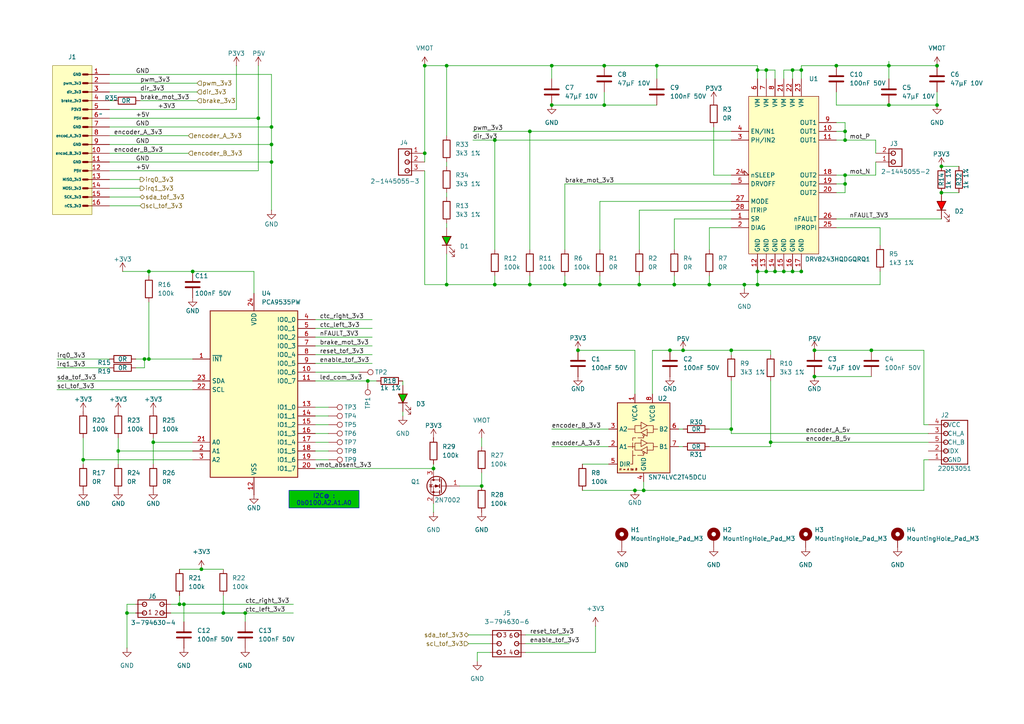
<source format=kicad_sch>
(kicad_sch (version 20231120) (generator "eeschema") (generator_version "8.0")
  (paper "A4")
  (junction (at 245.11 50.8))
  (junction (at 78.74 36.83))
  (junction (at 223.52 128.27))
  (junction (at 229.87 20.32))
  (junction (at 232.41 20.32))
  (junction (at 129.54 19.05))
  (junction (at 125.73 135.89))
  (junction (at 163.83 82.55))
  (junction (at 190.5 19.05))
  (junction (at 71.12 177.8))
  (junction (at 175.26 30.48))
  (junction (at 123.19 44.45))
  (junction (at 219.71 82.55))
  (junction (at 143.51 82.55))
  (junction (at 227.33 78.74))
  (junction (at 219.71 78.74))
  (junction (at 242.57 19.05))
  (junction (at 245.11 40.64))
  (junction (at 106.68 110.49))
  (junction (at 173.99 82.55))
  (junction (at 273.05 55.88))
  (junction (at 43.18 104.14))
  (junction (at 53.34 175.26))
  (junction (at 143.51 40.64))
  (junction (at 229.87 78.74))
  (junction (at 215.9 82.55))
  (junction (at 123.19 19.05))
  (junction (at 139.7 140.97))
  (junction (at 212.09 101.6))
  (junction (at 153.67 82.55))
  (junction (at 222.25 78.74))
  (junction (at 236.22 109.22))
  (junction (at 195.58 82.55))
  (junction (at 64.77 177.8))
  (junction (at 194.31 101.6))
  (junction (at 167.64 101.6))
  (junction (at 232.41 78.74))
  (junction (at 160.02 30.48))
  (junction (at 78.74 46.99))
  (junction (at 271.78 30.48))
  (junction (at 222.25 20.32))
  (junction (at 175.26 19.05))
  (junction (at 24.13 133.35))
  (junction (at 252.73 101.6))
  (junction (at 245.11 38.1))
  (junction (at 273.05 48.26))
  (junction (at 55.88 78.74))
  (junction (at 236.22 101.6))
  (junction (at 212.09 124.46))
  (junction (at 58.42 165.1))
  (junction (at 52.07 175.26))
  (junction (at 186.69 142.24))
  (junction (at 198.12 101.6))
  (junction (at 43.18 78.74))
  (junction (at 257.81 30.48))
  (junction (at 34.29 130.81))
  (junction (at 78.74 41.91))
  (junction (at 74.93 34.29))
  (junction (at 129.54 82.55))
  (junction (at 219.71 20.32))
  (junction (at 245.11 53.34))
  (junction (at 184.15 142.24))
  (junction (at 271.78 19.05))
  (junction (at 185.42 82.55))
  (junction (at 153.67 38.1))
  (junction (at 205.74 82.55))
  (junction (at 36.83 177.8))
  (junction (at 224.79 78.74))
  (junction (at 41.91 104.14))
  (junction (at 44.45 128.27))
  (junction (at 160.02 19.05))
  (junction (at 257.81 19.05))
  (wire (pts (xy 212.09 101.6) (xy 212.09 102.87)))
  (wire (pts (xy 205.74 66.04) (xy 212.09 66.04)))
  (wire (pts (xy 91.44 102.87) (xy 107.95 102.87)))
  (wire (pts (xy 24.13 133.35) (xy 55.88 133.35)))
  (wire (pts (xy 185.42 82.55) (xy 195.58 82.55)))
  (wire (pts (xy 44.45 128.27) (xy 55.88 128.27)))
  (wire (pts (xy 129.54 64.77) (xy 129.54 66.04)))
  (wire (pts (xy 39.37 175.26) (xy 36.83 175.26)) (stroke (width 0.1524)))
  (wire (pts (xy 139.7 137.16) (xy 139.7 140.97)))
  (wire (pts (xy 78.74 21.59) (xy 78.74 36.83)) (stroke (width 0.1524)))
  (wire (pts (xy 43.18 104.14) (xy 55.88 104.14)))
  (wire (pts (xy 160.02 30.48) (xy 175.26 30.48)))
  (wire (pts (xy 219.71 78.74) (xy 222.25 78.74)))
  (wire (pts (xy 242.57 55.88) (xy 245.11 55.88)))
  (wire (pts (xy 163.83 53.34) (xy 212.09 53.34)))
  (wire (pts (xy 44.45 128.27) (xy 44.45 134.62)))
  (wire (pts (xy 195.58 63.5) (xy 212.09 63.5)))
  (wire (pts (xy 152.4 184.15) (xy 165.1 184.15)))
  (wire (pts (xy 137.16 38.1) (xy 153.67 38.1)))
  (wire (pts (xy 160.02 19.05) (xy 175.26 19.05)))
  (wire (pts (xy 267.97 133.35) (xy 267.97 142.24)))
  (wire (pts (xy 95.25 125.73) (xy 91.44 125.73)))
  (wire (pts (xy 43.18 78.74) (xy 55.88 78.74)))
  (wire (pts (xy 172.72 189.23) (xy 152.4 189.23)))
  (wire (pts (xy 271.78 19.05) (xy 257.81 19.05)))
  (wire (pts (xy 219.71 20.32) (xy 222.25 20.32)))
  (wire (pts (xy 34.29 130.81) (xy 34.29 134.62)))
  (wire (pts (xy 31.75 49.53) (xy 74.93 49.53)) (stroke (width 0.1524)))
  (wire (pts (xy 43.18 87.63) (xy 43.18 104.14)))
  (wire (pts (xy 106.68 110.49) (xy 109.22 110.49)))
  (wire (pts (xy 40.64 26.67) (xy 57.15 26.67)) (stroke (width 0.1524)))
  (wire (pts (xy 205.74 129.54) (xy 223.52 129.54)))
  (wire (pts (xy 189.23 101.6) (xy 194.31 101.6)))
  (wire (pts (xy 190.5 19.05) (xy 190.5 22.86)))
  (wire (pts (xy 184.15 142.24) (xy 186.69 142.24)))
  (wire (pts (xy 185.42 80.01) (xy 185.42 82.55)))
  (wire (pts (xy 91.44 105.41) (xy 107.95 105.41)))
  (wire (pts (xy 224.79 78.74) (xy 227.33 78.74)))
  (wire (pts (xy 123.19 49.53) (xy 123.19 82.55)))
  (wire (pts (xy 41.91 104.14) (xy 43.18 104.14)))
  (wire (pts (xy 53.34 175.26) (xy 67.31 175.26)) (stroke (width 0.1524)))
  (wire (pts (xy 223.52 128.27) (xy 223.52 129.54)))
  (wire (pts (xy 160.02 124.46) (xy 176.53 124.46)))
  (wire (pts (xy 163.83 80.01) (xy 163.83 82.55)))
  (wire (pts (xy 40.64 24.13) (xy 57.15 24.13)) (stroke (width 0.1524)))
  (wire (pts (xy 163.83 82.55) (xy 173.99 82.55)))
  (wire (pts (xy 196.85 129.54) (xy 198.12 129.54)))
  (wire (pts (xy 175.26 19.05) (xy 190.5 19.05)))
  (wire (pts (xy 64.77 177.8) (xy 71.12 177.8)))
  (wire (pts (xy 163.83 53.34) (xy 163.83 72.39)))
  (wire (pts (xy 24.13 133.35) (xy 24.13 134.62)))
  (wire (pts (xy 129.54 73.66) (xy 129.54 82.55)))
  (wire (pts (xy 194.31 101.6) (xy 198.12 101.6)))
  (wire (pts (xy 143.51 82.55) (xy 153.67 82.55)))
  (wire (pts (xy 95.25 133.35) (xy 91.44 133.35)))
  (wire (pts (xy 123.19 19.05) (xy 123.19 44.45)))
  (wire (pts (xy 95.25 130.81) (xy 91.44 130.81)))
  (wire (pts (xy 34.29 130.81) (xy 55.88 130.81)))
  (wire (pts (xy 229.87 20.32) (xy 232.41 20.32)))
  (wire (pts (xy 74.93 49.53) (xy 74.93 34.29)) (stroke (width 0.1524)))
  (wire (pts (xy 143.51 40.64) (xy 212.09 40.64)))
  (wire (pts (xy 129.54 19.05) (xy 160.02 19.05)))
  (wire (pts (xy 229.87 78.74) (xy 227.33 78.74)))
  (wire (pts (xy 78.74 36.83) (xy 78.74 41.91)) (stroke (width 0.1524)))
  (wire (pts (xy 31.75 44.45) (xy 54.61 44.45)) (stroke (width 0.1524)))
  (wire (pts (xy 212.09 101.6) (xy 223.52 101.6)))
  (wire (pts (xy 229.87 20.32) (xy 229.87 22.86)))
  (wire (pts (xy 242.57 30.48) (xy 257.81 30.48)))
  (wire (pts (xy 173.99 80.01) (xy 173.99 82.55)))
  (wire (pts (xy 53.34 175.26) (xy 53.34 180.34)))
  (wire (pts (xy 91.44 95.25) (xy 107.95 95.25)))
  (wire (pts (xy 257.81 19.05) (xy 257.81 22.86)))
  (wire (pts (xy 222.25 20.32) (xy 224.79 20.32)))
  (wire (pts (xy 153.67 80.01) (xy 153.67 82.55)))
  (wire (pts (xy 95.25 123.19) (xy 91.44 123.19)))
  (wire (pts (xy 129.54 55.88) (xy 129.54 57.15)))
  (wire (pts (xy 196.85 124.46) (xy 198.12 124.46)))
  (wire (pts (xy 91.44 92.71) (xy 107.95 92.71)))
  (wire (pts (xy 129.54 19.05) (xy 129.54 39.37)))
  (wire (pts (xy 71.12 177.8) (xy 85.09 177.8)))
  (wire (pts (xy 137.16 40.64) (xy 143.51 40.64)))
  (wire (pts (xy 242.57 63.5) (xy 273.05 63.5)))
  (wire (pts (xy 257.81 19.05) (xy 242.57 19.05)))
  (wire (pts (xy 252.73 101.6) (xy 267.97 101.6)))
  (wire (pts (xy 173.99 58.42) (xy 212.09 58.42)))
  (wire (pts (xy 135.89 186.69) (xy 142.24 186.69)))
  (wire (pts (xy 153.67 38.1) (xy 153.67 72.39)))
  (wire (pts (xy 41.91 104.14) (xy 41.91 106.68)))
  (wire (pts (xy 33.02 29.21) (xy 31.75 29.21)))
  (wire (pts (xy 43.18 78.74) (xy 43.18 80.01)))
  (wire (pts (xy 160.02 129.54) (xy 176.53 129.54)))
  (wire (pts (xy 232.41 78.74) (xy 232.41 77.47)))
  (wire (pts (xy 160.02 19.05) (xy 160.02 22.86)))
  (wire (pts (xy 267.97 101.6) (xy 267.97 123.19)))
  (wire (pts (xy 245.11 55.88) (xy 245.11 53.34)))
  (wire (pts (xy 71.12 177.8) (xy 71.12 180.34)))
  (wire (pts (xy 190.5 19.05) (xy 219.71 19.05)))
  (wire (pts (xy 236.22 101.6) (xy 252.73 101.6)))
  (wire (pts (xy 184.15 101.6) (xy 167.64 101.6)))
  (wire (pts (xy 219.71 77.47) (xy 219.71 78.74)))
  (wire (pts (xy 31.75 21.59) (xy 78.74 21.59)) (stroke (width 0.1524)))
  (wire (pts (xy 185.42 60.96) (xy 185.42 72.39)))
  (wire (pts (xy 91.44 97.79) (xy 107.95 97.79)))
  (wire (pts (xy 31.75 54.61) (xy 40.64 54.61)) (stroke (width 0.1524)))
  (wire (pts (xy 184.15 101.6) (xy 184.15 114.3)))
  (wire (pts (xy 95.25 128.27) (xy 91.44 128.27)))
  (wire (pts (xy 229.87 77.47) (xy 229.87 78.74)))
  (wire (pts (xy 219.71 78.74) (xy 219.71 82.55)))
  (wire (pts (xy 116.84 110.49) (xy 116.84 111.76)))
  (wire (pts (xy 67.31 175.26) (xy 85.09 175.26)))
  (wire (pts (xy 232.41 20.32) (xy 232.41 22.86)))
  (wire (pts (xy 129.54 82.55) (xy 123.19 82.55)))
  (wire (pts (xy 223.52 102.87) (xy 223.52 101.6)))
  (wire (pts (xy 125.73 135.89) (xy 125.73 134.62)))
  (wire (pts (xy 95.25 118.11) (xy 91.44 118.11)))
  (wire (pts (xy 245.11 50.8) (xy 245.11 53.34)))
  (wire (pts (xy 49.53 177.8) (xy 64.77 177.8)) (stroke (width 0.1524)))
  (wire (pts (xy 78.74 46.99) (xy 78.74 60.96)) (stroke (width 0.1524)))
  (wire (pts (xy 64.77 172.72) (xy 64.77 177.8)) (stroke (width 0.1524)))
  (wire (pts (xy 219.71 82.55) (xy 255.27 82.55)))
  (wire (pts (xy 207.01 50.8) (xy 212.09 50.8)))
  (wire (pts (xy 133.35 140.97) (xy 139.7 140.97)))
  (wire (pts (xy 232.41 78.74) (xy 229.87 78.74)))
  (wire (pts (xy 212.09 125.73) (xy 269.24 125.73)))
  (wire (pts (xy 31.75 46.99) (xy 78.74 46.99)) (stroke (width 0.1524)))
  (wire (pts (xy 91.44 110.49) (xy 106.68 110.49)))
  (wire (pts (xy 40.64 26.67) (xy 31.75 26.67)))
  (wire (pts (xy 236.22 109.22) (xy 252.73 109.22)))
  (wire (pts (xy 267.97 133.35) (xy 269.24 133.35)))
  (wire (pts (xy 254 44.45) (xy 254 40.64)))
  (wire (pts (xy 271.78 30.48) (xy 257.81 30.48)))
  (wire (pts (xy 39.37 104.14) (xy 41.91 104.14)))
  (wire (pts (xy 173.99 72.39) (xy 173.99 58.42)))
  (wire (pts (xy 152.4 186.69) (xy 165.1 186.69)))
  (wire (pts (xy 55.88 78.74) (xy 73.66 78.74)))
  (wire (pts (xy 153.67 38.1) (xy 212.09 38.1)))
  (wire (pts (xy 173.99 82.55) (xy 185.42 82.55)))
  (wire (pts (xy 39.37 106.68) (xy 41.91 106.68)))
  (wire (pts (xy 31.75 52.07) (xy 40.64 52.07)) (stroke (width 0.1524)))
  (wire (pts (xy 73.66 85.09) (xy 73.66 78.74)))
  (wire (pts (xy 36.83 177.8) (xy 39.37 177.8)) (stroke (width 0.1524)))
  (wire (pts (xy 31.75 59.69) (xy 40.64 59.69)) (stroke (width 0.1524)))
  (wire (pts (xy 257.81 17.78) (xy 257.81 19.05)))
  (wire (pts (xy 227.33 20.32) (xy 227.33 22.86)))
  (wire (pts (xy 195.58 72.39) (xy 195.58 63.5)))
  (wire (pts (xy 222.25 78.74) (xy 224.79 78.74)))
  (wire (pts (xy 16.51 106.68) (xy 31.75 106.68)))
  (wire (pts (xy 74.93 34.29) (xy 74.93 19.05)) (stroke (width 0.1524)))
  (wire (pts (xy 224.79 77.47) (xy 224.79 78.74)))
  (wire (pts (xy 242.57 50.8) (xy 245.11 50.8)))
  (wire (pts (xy 49.53 175.26) (xy 52.07 175.26)) (stroke (width 0.1524)))
  (wire (pts (xy 215.9 82.55) (xy 219.71 82.55)))
  (wire (pts (xy 223.52 128.27) (xy 269.24 128.27)))
  (wire (pts (xy 186.69 142.24) (xy 186.69 139.7)))
  (wire (pts (xy 125.73 146.05) (xy 125.73 148.59)))
  (wire (pts (xy 91.44 135.89) (xy 125.73 135.89)))
  (wire (pts (xy 116.84 119.38) (xy 116.84 120.65)))
  (wire (pts (xy 31.75 39.37) (xy 54.61 39.37)) (stroke (width 0.1524)))
  (wire (pts (xy 245.11 50.8) (xy 254 50.8)))
  (wire (pts (xy 219.71 19.05) (xy 219.71 20.32)))
  (wire (pts (xy 207.01 36.83) (xy 207.01 50.8)))
  (wire (pts (xy 195.58 82.55) (xy 205.74 82.55)))
  (wire (pts (xy 242.57 66.04) (xy 255.27 66.04)))
  (wire (pts (xy 232.41 19.05) (xy 232.41 20.32)))
  (wire (pts (xy 255.27 82.55) (xy 255.27 78.74)))
  (wire (pts (xy 35.56 78.74) (xy 43.18 78.74)))
  (wire (pts (xy 245.11 53.34) (xy 242.57 53.34)))
  (wire (pts (xy 205.74 124.46) (xy 212.09 124.46)))
  (wire (pts (xy 31.75 41.91) (xy 78.74 41.91)) (stroke (width 0.1524)))
  (wire (pts (xy 135.89 184.15) (xy 142.24 184.15)))
  (wire (pts (xy 242.57 35.56) (xy 245.11 35.56)))
  (wire (pts (xy 36.83 177.8) (xy 36.83 187.96)) (stroke (width 0.1524)))
  (wire (pts (xy 195.58 80.01) (xy 195.58 82.55)))
  (wire (pts (xy 255.27 66.04) (xy 255.27 71.12)))
  (wire (pts (xy 36.83 175.26) (xy 36.83 177.8)) (stroke (width 0.1524)))
  (wire (pts (xy 52.07 175.26) (xy 52.07 172.72)) (stroke (width 0.1524)))
  (wire (pts (xy 245.11 38.1) (xy 245.11 40.64)))
  (wire (pts (xy 242.57 19.05) (xy 232.41 19.05)))
  (wire (pts (xy 34.29 127) (xy 34.29 130.81)))
  (wire (pts (xy 16.51 110.49) (xy 55.88 110.49)))
  (wire (pts (xy 31.75 31.75) (xy 68.58 31.75)) (stroke (width 0.1524)))
  (wire (pts (xy 205.74 72.39) (xy 205.74 66.04)))
  (wire (pts (xy 242.57 26.67) (xy 242.57 30.48)))
  (wire (pts (xy 245.11 40.64) (xy 254 40.64)))
  (wire (pts (xy 129.54 46.99) (xy 129.54 48.26)))
  (wire (pts (xy 175.26 30.48) (xy 190.5 30.48)))
  (wire (pts (xy 227.33 77.47) (xy 227.33 78.74)))
  (wire (pts (xy 58.42 165.1) (xy 64.77 165.1)) (stroke (width 0.1524)))
  (wire (pts (xy 219.71 20.32) (xy 219.71 22.86)))
  (wire (pts (xy 205.74 82.55) (xy 215.9 82.55)))
  (wire (pts (xy 64.77 177.8) (xy 71.12 177.8)) (stroke (width 0.1524)))
  (wire (pts (xy 52.07 175.26) (xy 53.34 175.26)) (stroke (width 0.1524)))
  (wire (pts (xy 40.64 24.13) (xy 31.75 24.13)))
  (wire (pts (xy 129.54 82.55) (xy 143.51 82.55)))
  (wire (pts (xy 138.43 189.23) (xy 138.43 191.77)))
  (wire (pts (xy 143.51 40.64) (xy 143.51 72.39)))
  (wire (pts (xy 44.45 127) (xy 44.45 128.27)))
  (wire (pts (xy 31.75 36.83) (xy 78.74 36.83)) (stroke (width 0.1524)))
  (wire (pts (xy 31.75 57.15) (xy 40.64 57.15)) (stroke (width 0.1524)))
  (wire (pts (xy 24.13 127) (xy 24.13 133.35)))
  (wire (pts (xy 91.44 107.95) (xy 104.14 107.95)))
  (wire (pts (xy 31.75 34.29) (xy 74.93 34.29)) (stroke (width 0.1524)))
  (wire (pts (xy 123.19 44.45) (xy 123.19 46.99)))
  (wire (pts (xy 52.07 165.1) (xy 58.42 165.1)) (stroke (width 0.1524)))
  (wire (pts (xy 95.25 120.65) (xy 91.44 120.65)))
  (wire (pts (xy 212.09 125.73) (xy 212.09 124.46)))
  (wire (pts (xy 273.05 55.88) (xy 278.13 55.88)))
  (wire (pts (xy 223.52 110.49) (xy 223.52 128.27)))
  (wire (pts (xy 175.26 26.67) (xy 175.26 30.48)))
  (wire (pts (xy 189.23 101.6) (xy 189.23 114.3)))
  (wire (pts (xy 68.58 31.75) (xy 68.58 19.05)) (stroke (width 0.1524)))
  (wire (pts (xy 254 46.99) (xy 254 50.8)))
  (wire (pts (xy 185.42 60.96) (xy 212.09 60.96)))
  (wire (pts (xy 168.91 142.24) (xy 184.15 142.24)))
  (wire (pts (xy 227.33 20.32) (xy 229.87 20.32)))
  (wire (pts (xy 168.91 134.62) (xy 176.53 134.62)))
  (wire (pts (xy 271.78 26.67) (xy 271.78 30.48)))
  (wire (pts (xy 40.64 29.21) (xy 57.15 29.21)))
  (wire (pts (xy 267.97 142.24) (xy 186.69 142.24)))
  (wire (pts (xy 142.24 189.23) (xy 138.43 189.23)))
  (wire (pts (xy 222.25 77.47) (xy 222.25 78.74)))
  (wire (pts (xy 172.72 181.61) (xy 172.72 189.23)))
  (wire (pts (xy 123.19 19.05) (xy 129.54 19.05)))
  (wire (pts (xy 139.7 127) (xy 139.7 129.54)))
  (wire (pts (xy 267.97 123.19) (xy 269.24 123.19)))
  (wire (pts (xy 242.57 38.1) (xy 245.11 38.1)))
  (wire (pts (xy 245.11 35.56) (xy 245.11 38.1)))
  (wire (pts (xy 222.25 20.32) (xy 222.25 22.86)))
  (wire (pts (xy 16.51 104.14) (xy 31.75 104.14)))
  (wire (pts (xy 153.67 82.55) (xy 163.83 82.55)))
  (wire (pts (xy 91.44 100.33) (xy 107.95 100.33)))
  (wire (pts (xy 224.79 20.32) (xy 224.79 22.86)))
  (wire (pts (xy 245.11 40.64) (xy 242.57 40.64)))
  (wire (pts (xy 16.51 113.03) (xy 55.88 113.03)))
  (wire (pts (xy 212.09 110.49) (xy 212.09 124.46)))
  (wire (pts (xy 215.9 83.82) (xy 215.9 82.55)))
  (wire (pts (xy 205.74 80.01) (xy 205.74 82.55)))
  (wire (pts (xy 143.51 80.01) (xy 143.51 82.55)))
  (wire (pts (xy 78.74 41.91) (xy 78.74 46.99)) (stroke (width 0.1524)))
  (wire (pts (xy 273.05 48.26) (xy 278.13 48.26)))
  (wire (pts (xy 212.09 101.6) (xy 198.12 101.6)))
  (text_box "I2C@ : 0b0100.A2.A1.A0" (at 83.82 142.24 0) (size 20.32 5.08) (fill (type color) (color 0 194 0 1)) (effects (font (size 1.27 1.27))))
  (label "sda_tof_3v3" (at 16.51 110.49 0))
  (label "pwm_3v3" (at 137.16 38.1 0))
  (label "GND" (at 39.37 46.99 0) (effects (font (size 1.2446 1.2446))))
  (label "GND" (at 39.37 36.83 0) (effects (font (size 1.2446 1.2446))))
  (label "irq0_3v3" (at 16.51 104.14 0))
  (label "dir_3v3" (at 137.16 40.64 0))
  (label "dir_3v3" (at 40.64 26.67 0))
  (label "pwm_3v3" (at 40.64 24.13 0))
  (label "ctc_left_3v3" (at 71.12 177.8 0))
  (label "reset_tof_3v3" (at 153.67 184.15 0))
  (label "GND" (at 39.37 21.59 0) (effects (font (size 1.2446 1.2446))))
  (label "encoder_B_3v3" (at 33.02 44.45 0))
  (label "+5V" (at 39.37 49.53 0) (effects (font (size 1.2446 1.2446))))
  (label "encoder_B_5v" (at 233.68 128.27 0))
  (label "+5V" (at 39.37 34.29 0) (effects (font (size 1.2446 1.2446))))
  (label "encoder_A_3v3" (at 33.02 39.37 0))
  (label "encoder_A_3v3" (at 160.02 129.54 0))
  (label "+3V3" (at 45.72 31.75 0) (effects (font (size 1.2446 1.2446))))
  (label "mot_P" (at 246.38 40.64 0))
  (label "led_com_3v3" (at 92.71 110.49 0))
  (label "irq1_3v3" (at 16.51 106.68 0))
  (label "encoder_A_5v" (at 233.68 125.73 0))
  (label "encoder_B_3v3" (at 160.02 124.46 0))
  (label "brake_mot_3v3" (at 92.71 100.33 0))
  (label "vmot_absent_3v3" (at 91.44 135.89 0))
  (label "enable_tof_3v3" (at 92.71 105.41 0))
  (label "brake_mot_3v3" (at 40.64 29.21 0))
  (label "brake_mot_3v3" (at 163.83 53.34 0))
  (label "scl_tof_3v3" (at 16.51 113.03 0))
  (label "reset_tof_3v3" (at 92.71 102.87 0))
  (label "ctc_left_3v3" (at 92.71 95.25 0))
  (label "ctc_right_3v3" (at 71.12 175.26 0))
  (label "nFAULT_3V3" (at 246.38 63.5 0))
  (label "nFAULT_3V3" (at 92.71 97.79 0))
  (label "GND" (at 39.37 41.91 0) (effects (font (size 1.2446 1.2446))))
  (label "ctc_right_3v3" (at 92.71 92.71 0))
  (label "mot_N" (at 246.38 50.8 0))
  (label "enable_tof_3v3" (at 153.67 186.69 0))
  (hierarchical_label "encoder_B_3v3" (shape input) (at 54.61 44.45 0))
  (hierarchical_label "scl_tof_3v3" (shape input) (at 40.64 59.69 0))
  (hierarchical_label "irq0_3v3" (shape output) (at 40.64 52.07 0))
  (hierarchical_label "encoder_A_3v3" (shape input) (at 54.61 39.37 0))
  (hierarchical_label "pwm_3v3" (shape input) (at 57.15 24.13 0))
  (hierarchical_label "dir_3v3" (shape input) (at 57.15 26.67 0))
  (hierarchical_label "irq1_3v3" (shape output) (at 40.64 54.61 0))
  (hierarchical_label "sda_tof_3v3" (shape bidirectional) (at 40.64 57.15 0))
  (hierarchical_label "sda_tof_3v3" (shape bidirectional) (at 135.89 184.15 180))
  (hierarchical_label "scl_tof_3v3" (shape input) (at 135.89 186.69 180))
  (hierarchical_label "brake_3v3" (shape input) (at 57.15 29.21 0))
  (symbol (lib_id "cocotter_resistors:R_0R_0603") (at 35.56 104.14 90) (unit 1)
    (property "Reference" "R15" (at 30.226 105.156 90))
    (property "Value" "0R" (at 35.56 104.14 90))
    (property "Footprint" "cocotter_resistor:r0603_reflow" (effects (hide yes)))
    (property "Description" "Resistor" (effects (hide yes)))
    (property "Specification" "0R 0603 20mOhms max 100mW" (effects (hide yes)))
    (property "JLCPCB Part #" "C431718" (effects (hide yes)))
  )
  (symbol (lib_id "power:+5V") (at 74.93 19.05 0) (unit 1)
    (property "Reference" "#PWR4" (effects (hide yes)))
    (property "Value" "P5V" (at 73.152 15.494 0) (effects (justify left)))
    (property "Description" "Power symbol creates a global label with name \"+5V\"" (effects (hide yes)))
  )
  (symbol (lib_id "power:GND") (at 180.34 158.75 0) (unit 1)
    (property "Reference" "#PWR16" (effects (hide yes)))
    (property "Value" "GND" (at 180.34 163.83 0))
    (property "Description" "Power symbol creates a global label with name \"GND\" , ground" (effects (hide yes)))
  )
  (symbol (lib_id "cocotter_capacitors:C_100nF_50V_0603") (at 53.34 184.15 0) (unit 1)
    (property "Reference" "C12" (at 57.15 182.8799 0) (effects (justify left)))
    (property "Value" "100nF 50V" (at 57.15 185.4199 0) (effects (justify left)))
    (property "Footprint" "cocotter_capacitors:C_0603_1608Metric" (effects (hide yes)))
    (property "Description" "Unpolarized capacitor tol +/-10%" (effects (hide yes)))
    (property "Specification" "100nF 50V X7R 0603 " (effects (hide yes)))
    (property "JLCPCB Part #" "C14663" (effects (hide yes)))
  )
  (symbol (lib_id "power:+3.3V") (at 125.73 127 0) (unit 1)
    (property "Reference" "#PWR40" (effects (hide yes)))
    (property "Value" "P3V3" (at 125.73 123.444 0))
    (property "Description" "Power symbol creates a global label with name \"+3.3V\"" (effects (hide yes)))
  )
  (symbol (lib_id "cocotter_capacitors:C_47µF_10V_1206_X5R") (at 236.22 105.41 0) (unit 1)
    (property "Reference" "C3" (at 240.03 104.1399 0) (effects (justify left)))
    (property "Value" "47µF 10V" (at 240.03 106.6799 0) (effects (justify left)))
    (property "Footprint" "cocotter_capacitors:C_1206_3216Metric" (effects (hide yes)))
    (property "Description" "Unpolarized capacitor" (effects (hide yes)))
    (property "Specification" "47µF 10V X5R 1206" (effects (hide yes)))
    (property "JLCPCB Part #" "C96123" (effects (hide yes)))
  )
  (symbol (lib_id "cocotter_capacitors:C_47µF_10V_1206_X5R") (at 257.81 26.67 0) (unit 1)
    (property "Reference" "C5" (at 261.62 25.3999 0) (effects (justify left)))
    (property "Value" "47µF 10V" (at 261.62 27.9399 0) (effects (justify left)))
    (property "Footprint" "cocotter_capacitors:C_1206_3216Metric" (effects (hide yes)))
    (property "Description" "Unpolarized capacitor" (effects (hide yes)))
    (property "Specification" "47µF 10V X5R 1206" (effects (hide yes)))
    (property "JLCPCB Part #" "C96123" (effects (hide yes)))
  )
  (symbol (lib_id "cocotter_capacitors:C_100nF_50V_0603") (at 190.5 26.67 0) (unit 1)
    (property "Reference" "C9" (at 194.31 25.3999 0) (effects (justify left)))
    (property "Value" "100nF 50V" (at 194.31 27.9399 0) (effects (justify left)))
    (property "Footprint" "cocotter_capacitors:C_0603_1608Metric" (effects (hide yes)))
    (property "Description" "Unpolarized capacitor tol +/-10%" (effects (hide yes)))
    (property "Specification" "100nF 50V X7R 0603 " (effects (hide yes)))
    (property "JLCPCB Part #" "C14663" (effects (hide yes)))
  )
  (symbol (lib_id "cocotter_resistors:R_0R_0603") (at 36.83 29.21 90) (unit 1)
    (property "Reference" "R35" (at 32.258 28.448 90))
    (property "Value" "0R" (at 36.576 29.21 90))
    (property "Footprint" "cocotter_resistor:r0603_reflow" (effects (hide yes)))
    (property "Description" "Resistor" (effects (hide yes)))
    (property "Specification" "0R 0603 20mOhms max 100mW" (effects (hide yes)))
    (property "JLCPCB Part #" "C431718" (effects (hide yes)))
  )
  (symbol (lib_id "cocotter_resistors:R_0R_0603") (at 195.58 76.2 0) (unit 1)
    (property "Reference" "R4" (at 198.12 74.9299 0) (effects (justify left)))
    (property "Value" "0R" (at 198.12 77.4699 0) (effects (justify left)))
    (property "Footprint" "cocotter_resistor:r0603_reflow" (effects (hide yes)))
    (property "Description" "Resistor" (effects (hide yes)))
    (property "Specification" "0R 0603 20mOhms max 100mW" (effects (hide yes)))
    (property "JLCPCB Part #" "C431718" (effects (hide yes)))
  )
  (symbol (lib_id "cocotter_resistors:R_100k_0603_1%") (at 143.51 76.2 0) (unit 1)
    (property "Reference" "R12" (at 146.05 74.9299 0) (effects (justify left)))
    (property "Value" "100k" (at 146.05 77.4699 0) (effects (justify left)))
    (property "Footprint" "cocotter_resistor:r0603_reflow" (effects (hide yes)))
    (property "Description" "Resistor" (effects (hide yes)))
    (property "Specification" "100k 0603 1% 100mW" (effects (hide yes)))
    (property "mouser" "603-RC0603FR-10100KL" (effects (hide yes)))
    (property "JLCPCB Part #" "C25803" (effects (hide yes)))
  )
  (symbol (lib_id "cocotter_ic:DRV8243HQDGQRQ1") (at 227.33 50.8 0) (unit 1)
    (property "Reference" "U1" (at 234.6041 22.86 0) (effects (justify left)))
    (property "Value" "DRV8243HQDGQRQ1" (at 233.426 75.184 0) (effects (justify left)))
    (property "Footprint" "cocotter_ic:HVSSOP-28-1EP_3x7mm_P0.5mm_EP1.65x5mm_ThermalVias" (effects (hide yes)))
  )
  (symbol (lib_id "cocotter_resistors:R_1k_0603_1%") (at 278.13 52.07 180) (unit 1)
    (property "Reference" "R32" (at 278.13 52.07 90))
    (property "Value" "1k 1%" (at 280.162 51.816 90))
    (property "Footprint" "cocotter_resistor:r0603_reflow" (effects (hide yes)))
    (property "Description" "Resistor" (effects (hide yes)))
    (property "Specification" "10k 0603 1% 100mW" (effects (hide yes)))
    (property "mouser" "603-RC0603FR-10100KL" (effects (hide yes)))
    (property "JLCPCB Part #" "C2991540" (effects (hide yes)))
  )
  (symbol (lib_id "cocotter_capacitors:C_100nF_50V_0603") (at 252.73 105.41 0) (unit 1)
    (property "Reference" "C4" (at 256.54 104.1399 0) (effects (justify left)))
    (property "Value" "100nF 50V" (at 256.54 106.6799 0) (effects (justify left)))
    (property "Footprint" "cocotter_capacitors:C_0603_1608Metric" (effects (hide yes)))
    (property "Description" "Unpolarized capacitor tol +/-10%" (effects (hide yes)))
    (property "Specification" "100nF 50V X7R 0603 " (effects (hide yes)))
    (property "JLCPCB Part #" "C14663" (effects (hide yes)))
  )
  (symbol (lib_id "pmi_2023_specific:GND_m") (at 139.7 148.59 0) (unit 1)
    (property "Reference" "#PWR41" (effects (hide yes)))
    (property "Value" "GND" (at 139.7 153.67 0))
    (property "Description" "Power symbol creates a global label with name \"GND\" , ground" (effects (hide yes)))
  )
  (symbol (lib_id "power:GND") (at 53.34 187.96 0) (unit 1)
    (property "Reference" "#PWR35" (effects (hide yes)))
    (property "Value" "GND" (at 53.34 193.04 0))
    (property "Description" "Power symbol creates a global label with name \"GND\" , ground" (effects (hide yes)))
  )
  (symbol (lib_id "power:GND") (at 55.88 86.36 0) (unit 1)
    (property "Reference" "#PWR26" (effects (hide yes)))
    (property "Value" "GND" (at 55.88 90.17 0))
    (property "Description" "Power symbol creates a global label with name \"GND\" , ground" (effects (hide yes)))
  )
  (symbol (lib_id "cocotter_others:MountingHole_Pad_M3") (at 233.68 156.21 0) (unit 1) (exclude_from_sim yes) (in_bom no)
    (property "Reference" "H3" (at 236.22 153.6699 0) (effects (justify left)))
    (property "Value" "MountingHole_Pad_M3" (at 236.22 156.2099 0) (effects (justify left)))
    (property "Footprint" "cocotter_others:MountingHole_3.2mm_M3_Pad_Via" (effects (hide yes)))
    (property "Description" "Mounting Hole with connection" (effects (hide yes)))
  )
  (symbol (lib_id "cocotter_resistors:R_0R_0603") (at 207.01 33.02 0) (unit 1)
    (property "Reference" "R3" (at 209.55 31.7499 0) (effects (justify left)))
    (property "Value" "0R" (at 209.55 34.2899 0) (effects (justify left)))
    (property "Footprint" "cocotter_resistor:r0603_reflow" (effects (hide yes)))
    (property "Description" "Resistor" (effects (hide yes)))
    (property "Specification" "0R 0603 20mOhms max 100mW" (effects (hide yes)))
    (property "JLCPCB Part #" "C431718" (effects (hide yes)))
  )
  (symbol (lib_id "cocotter_resistors:R_100k_0603_1%") (at 52.07 168.91 0) (unit 1)
    (property "Reference" "R21" (at 54.61 167.6399 0) (effects (justify left)))
    (property "Value" "100k" (at 54.61 170.1799 0) (effects (justify left)))
    (property "Footprint" "cocotter_resistor:r0603_reflow" (effects (hide yes)))
    (property "Description" "Resistor" (effects (hide yes)))
    (property "Specification" "100k 0603 1% 100mW" (effects (hide yes)))
    (property "mouser" "603-RC0603FR-10100KL" (effects (hide yes)))
    (property "JLCPCB Part #" "C25803" (effects (hide yes)))
  )
  (symbol (lib_id "power:GND") (at 233.68 158.75 0) (unit 1)
    (property "Reference" "#PWR18" (effects (hide yes)))
    (property "Value" "GND" (at 233.68 163.83 0))
    (property "Description" "Power symbol creates a global label with name \"GND\" , ground" (effects (hide yes)))
  )
  (symbol (lib_id "cocotter_resistors:R_0R_0603") (at 205.74 76.2 0) (unit 1)
    (property "Reference" "R7" (at 208.28 74.9299 0) (effects (justify left)))
    (property "Value" "0R" (at 208.28 77.4699 0) (effects (justify left)))
    (property "Footprint" "cocotter_resistor:r0603_reflow" (effects (hide yes)))
    (property "Description" "Resistor" (effects (hide yes)))
    (property "Specification" "0R 0603 20mOhms max 100mW" (effects (hide yes)))
    (property "JLCPCB Part #" "C431718" (effects (hide yes)))
  )
  (symbol (lib_id "cocotter_others:TestPoint_for_pogo_pin-1mm") (at 106.68 110.49 180) (unit 1) (in_bom no)
    (property "Reference" "TP1" (at 106.68 115.062 90) (effects (justify left)))
    (property "Value" "TestPoint" (effects (hide yes)))
    (property "Footprint" "cocotter_others:testpoint-THT-0.5mm" (effects (hide yes)))
    (property "Description" "test point" (effects (hide yes)))
  )
  (symbol (lib_id "cocotter_others:TestPoint_for_pogo_pin-1mm") (at 95.25 123.19 270) (unit 1) (in_bom no)
    (property "Reference" "TP5" (at 99.822 123.19 90) (effects (justify left)))
    (property "Value" "TestPoint" (effects (hide yes)))
    (property "Footprint" "cocotter_others:testpoint-THT-0.5mm" (effects (hide yes)))
    (property "Description" "test point" (effects (hide yes)))
  )
  (symbol (lib_id "cocotter_diodes:green_led_1206_reverse_mount") (at 116.84 115.57 90) (unit 1)
    (property "Reference" "D3" (at 120.65 117.1574 90) (effects (justify right)))
    (property "Value" "green, 1206" (effects (hide yes)))
    (property "Footprint" "cocotter_diodes:24-21-1206_reverse_mount" (effects (hide yes)))
    (property "Description" "Light emitting diode, Green, Vf=[1.7V; 2.3V]" (effects (hide yes)))
    (property "JLCPCB Part #" "C2980185" (effects (hide yes)))
  )
  (symbol (lib_id "cocotter_resistors:R_100k_0603_1%") (at 24.13 123.19 0) (unit 1)
    (property "Reference" "R20" (at 26.67 121.9199 0) (effects (justify left)))
    (property "Value" "100k" (at 26.67 124.4599 0) (effects (justify left)))
    (property "Footprint" "cocotter_resistor:r0603_reflow" (effects (hide yes)))
    (property "Description" "Resistor" (effects (hide yes)))
    (property "Specification" "100k 0603 1% 100mW" (effects (hide yes)))
    (property "mouser" "603-RC0603FR-10100KL" (effects (hide yes)))
    (property "JLCPCB Part #" "C25803" (effects (hide yes)))
  )
  (symbol (lib_id "cocotter_capacitors:C_100nF_50V_0603") (at 55.88 82.55 0) (unit 1)
    (property "Reference" "C11" (at 56.515 80.01 0) (effects (justify left)))
    (property "Value" "100nF 50V" (at 56.515 85.09 0) (effects (justify left)))
    (property "Footprint" "cocotter_capacitors:C_0603_1608Metric" (effects (hide yes)))
    (property "Description" "Unpolarized capacitor tol +/-10%" (effects (hide yes)))
    (property "Specification" "100nF 50V X7R 0603 " (effects (hide yes)))
    (property "JLCPCB Part #" "C14663" (effects (hide yes)))
  )
  (symbol (lib_id "cocotter_resistors:R_0R_0603") (at 173.99 76.2 0) (unit 1)
    (property "Reference" "R1" (at 176.53 74.9299 0) (effects (justify left)))
    (property "Value" "0R" (at 176.53 77.4699 0) (effects (justify left)))
    (property "Footprint" "cocotter_resistor:r0603_reflow" (effects (hide yes)))
    (property "Description" "Resistor" (effects (hide yes)))
    (property "Specification" "0R 0603 20mOhms max 100mW" (effects (hide yes)))
    (property "JLCPCB Part #" "C431718" (effects (hide yes)))
  )
  (symbol (lib_id "cocotter_resistors:R_100k_0603_1%") (at 163.83 76.2 0) (unit 1)
    (property "Reference" "R6" (at 166.37 74.9299 0) (effects (justify left)))
    (property "Value" "100k" (at 166.37 77.4699 0) (effects (justify left)))
    (property "Footprint" "cocotter_resistor:r0603_reflow" (effects (hide yes)))
    (property "Description" "Resistor" (effects (hide yes)))
    (property "Specification" "100k 0603 1% 100mW" (effects (hide yes)))
    (property "mouser" "603-RC0603FR-10100KL" (effects (hide yes)))
    (property "JLCPCB Part #" "C25803" (effects (hide yes)))
  )
  (symbol (lib_id "power:+3V3") (at 58.42 165.1 0) (unit 1)
    (property "Reference" "#PWR36" (effects (hide yes)))
    (property "Value" "+3V3" (at 58.42 160.02 0))
    (property "Description" "Power symbol creates a global label with name \"+3V3\"" (effects (hide yes)))
  )
  (symbol (lib_id "cocotter_resistors:R_3k3_0603_1%") (at 129.54 43.18 0) (unit 1)
    (property "Reference" "R33" (at 132.08 41.9099 0) (effects (justify left)))
    (property "Value" "3k3 1%" (at 132.08 44.4499 0) (effects (justify left)))
    (property "Footprint" "cocotter_resistor:r0603_reflow" (effects (hide yes)))
    (property "Description" "Resistor" (effects (hide yes)))
    (property "Specification" "3k3 0603 1% 100mW" (effects (hide yes)))
    (property "JLCPCB Part #" "C22978" (effects (hide yes)))
  )
  (symbol (lib_id "cocotter_others:TestPoint_for_pogo_pin-1mm") (at 95.25 128.27 270) (unit 1) (in_bom no)
    (property "Reference" "TP7" (at 99.822 128.27 90) (effects (justify left)))
    (property "Value" "TestPoint" (effects (hide yes)))
    (property "Footprint" "cocotter_others:testpoint-THT-0.5mm" (effects (hide yes)))
    (property "Description" "test point" (effects (hide yes)))
  )
  (symbol (lib_id "cocotter_resistors:R_3k3_0603_1%") (at 223.52 106.68 0) (unit 1)
    (property "Reference" "R10" (at 226.06 105.4099 0) (effects (justify left)))
    (property "Value" "3k3 1%" (at 226.06 107.9499 0) (effects (justify left)))
    (property "Footprint" "cocotter_resistor:r0603_reflow" (effects (hide yes)))
    (property "Description" "Resistor" (effects (hide yes)))
    (property "Specification" "3k3 0603 1% 100mW" (effects (hide yes)))
    (property "JLCPCB Part #" "C22978" (effects (hide yes)))
  )
  (symbol (lib_id "power:GND") (at 44.45 142.24 0) (unit 1)
    (property "Reference" "#PWR31" (effects (hide yes)))
    (property "Value" "GND" (at 44.45 146.05 0))
    (property "Description" "Power symbol creates a global label with name \"GND\" , ground" (effects (hide yes)))
  )
  (symbol (lib_id "power:+3.3V") (at 273.05 48.26 0) (unit 1)
    (property "Reference" "#PWR15" (effects (hide yes)))
    (property "Value" "P3V3" (at 273.05 44.704 0))
    (property "Description" "Power symbol creates a global label with name \"+3.3V\"" (effects (hide yes)))
  )
  (symbol (lib_id "power:GND") (at 73.66 143.51 0) (unit 1)
    (property "Reference" "#PWR27" (effects (hide yes)))
    (property "Value" "GND" (at 73.66 147.32 0))
    (property "Description" "Power symbol creates a global label with name \"GND\" , ground" (effects (hide yes)))
  )
  (symbol (lib_id "cocotter_connectors:HEDS5540") (at 269.24 128.27 0) (mirror y) (unit 1)
    (property "Reference" "J2" (at 274.066 120.396 0))
    (property "Value" "22053051" (at 276.86 135.89 0))
    (property "Footprint" "cocotter_connectors:22053051" (effects (hide yes)))
  )
  (symbol (lib_id "power:+3V3") (at 24.13 119.38 0) (unit 1)
    (property "Reference" "#PWR29" (effects (hide yes)))
    (property "Value" "+3V3" (at 24.13 115.824 0))
    (property "Description" "Power symbol creates a global label with name \"+3V3\"" (effects (hide yes)))
  )
  (symbol (lib_id "pmi_2023_specific:GND_m") (at 125.73 148.59 0) (unit 1)
    (property "Reference" "#PWR38" (effects (hide yes)))
    (property "Value" "GND" (at 125.73 153.67 0))
    (property "Description" "Power symbol creates a global label with name \"GND\" , ground" (effects (hide yes)))
  )
  (symbol (lib_id "cocotter_diodes:green_led_1206_reverse_mount") (at 129.54 69.85 90) (unit 1)
    (property "Reference" "D1" (at 133.35 71.4374 90) (effects (justify right)))
    (property "Value" "green, 1206" (effects (hide yes)))
    (property "Footprint" "cocotter_diodes:24-21-1206_reverse_mount" (effects (hide yes)))
    (property "Description" "Light emitting diode, Green, Vf=[1.7V; 2.3V]" (effects (hide yes)))
    (property "JLCPCB Part #" "C2980185" (effects (hide yes)))
  )
  (symbol (lib_id "cocotter_others:MountingHole_Pad_M3") (at 260.35 156.21 0) (unit 1) (exclude_from_sim yes) (in_bom no)
    (property "Reference" "H4" (at 262.89 153.6699 0) (effects (justify left)))
    (property "Value" "MountingHole_Pad_M3" (at 262.89 156.2099 0) (effects (justify left)))
    (property "Footprint" "cocotter_others:MountingHole_3.2mm_M3_Pad_Via" (effects (hide yes)))
    (property "Description" "Mounting Hole with connection" (effects (hide yes)))
  )
  (symbol (lib_id "power:GND") (at 138.43 191.77 0) (unit 1)
    (property "Reference" "#PWR22" (effects (hide yes)))
    (property "Value" "GND" (at 138.43 196.85 0))
    (property "Description" "Power symbol creates a global label with name \"GND\" , ground" (effects (hide yes)))
  )
  (symbol (lib_id "cocotter_connectors:3-794630-4") (at 44.45 176.53 0) (unit 1)
    (property "Reference" "J6" (at 44.196 172.974 0))
    (property "Value" "3-794630-4" (at 44.45 180.594 0))
    (property "Footprint" "cocotter_connectors:3-794630-4" (effects (hide yes)))
    (property "Datasheet" "https://www.te.com/commerce/DocumentDelivery/DDEController?Action=srchrtrv&DocNm=82181_SOFTSHELL_HIGH_DENSITY&DocType=Catalog%20Section&DocLang=English&DocFormat=pdf&PartCntxt=794618-4" (effects (hide yes)))
    (property "Description" "2x2POS MICRO MNL ASSY, vertical HDR" (effects (hide yes)))
  )
  (symbol (lib_id "power:GND") (at 271.78 30.48 0) (unit 1)
    (property "Reference" "#PWR17" (effects (hide yes)))
    (property "Value" "GND" (at 271.78 35.56 0))
    (property "Description" "Power symbol creates a global label with name \"GND\" , ground" (effects (hide yes)))
  )
  (symbol (lib_id "power:GND") (at 36.83 187.96 0) (unit 1)
    (property "Reference" "#PWR34" (effects (hide yes)))
    (property "Value" "GND" (at 36.83 193.04 0))
    (property "Description" "Power symbol creates a global label with name \"GND\" , ground" (effects (hide yes)))
  )
  (symbol (lib_id "cocotter_resistors:R_0R_0603") (at 201.93 124.46 90) (unit 1)
    (property "Reference" "R30" (at 201.93 122.428 90))
    (property "Value" "0R" (at 201.93 124.46 90))
    (property "Footprint" "cocotter_resistor:r0603_reflow" (effects (hide yes)))
    (property "Description" "Resistor" (effects (hide yes)))
    (property "Specification" "0R 0603 20mOhms max 100mW" (effects (hide yes)))
    (property "JLCPCB Part #" "C431718" (effects (hide yes)))
  )
  (symbol (lib_id "power:GND") (at 260.35 158.75 0) (unit 1)
    (property "Reference" "#PWR20" (effects (hide yes)))
    (property "Value" "GND" (at 260.35 163.83 0))
    (property "Description" "Power symbol creates a global label with name \"GND\" , ground" (effects (hide yes)))
  )
  (symbol (lib_id "cocotter_others:MountingHole_Pad_M3") (at 180.34 156.21 0) (unit 1) (exclude_from_sim yes) (in_bom no)
    (property "Reference" "H1" (at 182.88 153.6699 0) (effects (justify left)))
    (property "Value" "MountingHole_Pad_M3" (at 182.88 156.2099 0) (effects (justify left)))
    (property "Footprint" "cocotter_others:MountingHole_3.2mm_M3_Pad_Via" (effects (hide yes)))
    (property "Description" "Mounting Hole with connection" (effects (hide yes)))
  )
  (symbol (lib_id "cocotter_resistors:R_0R_0603") (at 24.13 138.43 0) (unit 1)
    (property "Reference" "R17" (at 26.67 137.1599 0) (effects (justify left)))
    (property "Value" "0R" (at 26.67 139.6999 0) (effects (justify left)))
    (property "Footprint" "cocotter_resistor:r0603_reflow" (effects (hide yes)))
    (property "Description" "Resistor" (effects (hide yes)))
    (property "Specification" "0R 0603 20mOhms max 100mW" (effects (hide yes)))
    (property "JLCPCB Part #" "C431718" (effects (hide yes)))
  )
  (symbol (lib_id "power:+3.3V") (at 207.01 29.21 0) (unit 1)
    (property "Reference" "#PWR2" (effects (hide yes)))
    (property "Value" "P3V3" (at 207.01 25.654 0))
    (property "Description" "Power symbol creates a global label with name \"+3.3V\"" (effects (hide yes)))
  )
  (symbol (lib_id "cocotter_resistors:R_100k_0603_1%") (at 168.91 138.43 0) (unit 1)
    (property "Reference" "R8" (at 171.45 137.1599 0) (effects (justify left)))
    (property "Value" "100k" (at 171.45 139.6999 0) (effects (justify left)))
    (property "Footprint" "cocotter_resistor:r0603_reflow" (effects (hide yes)))
    (property "Description" "Resistor" (effects (hide yes)))
    (property "Specification" "100k 0603 1% 100mW" (effects (hide yes)))
    (property "mouser" "603-RC0603FR-10100KL" (effects (hide yes)))
    (property "JLCPCB Part #" "C25803" (effects (hide yes)))
  )
  (symbol (lib_id "power:+BATT") (at 271.78 19.05 0) (unit 1)
    (property "Reference" "#PWR21" (effects (hide yes)))
    (property "Value" "VMOT" (at 271.78 13.97 0))
    (property "Description" "Power symbol creates a global label with name \"+BATT\"" (effects (hide yes)))
  )
  (symbol (lib_id "cocotter_capacitors:C_47µF_10V_1206_X5R") (at 160.02 26.67 0) (unit 1)
    (property "Reference" "C7" (at 163.83 25.3999 0) (effects (justify left)))
    (property "Value" "47µF 10V" (at 163.83 27.9399 0) (effects (justify left)))
    (property "Footprint" "cocotter_capacitors:C_1206_3216Metric" (effects (hide yes)))
    (property "Description" "Unpolarized capacitor" (effects (hide yes)))
    (property "Specification" "47µF 10V X5R 1206" (effects (hide yes)))
    (property "JLCPCB Part #" "C96123" (effects (hide yes)))
  )
  (symbol (lib_id "cocotter_others:TestPoint_for_pogo_pin-1mm") (at 95.25 130.81 270) (unit 1) (in_bom no)
    (property "Reference" "TP8" (at 99.822 130.81 90) (effects (justify left)))
    (property "Value" "TestPoint" (effects (hide yes)))
    (property "Footprint" "cocotter_others:testpoint-THT-0.5mm" (effects (hide yes)))
    (property "Description" "test point" (effects (hide yes)))
  )
  (symbol (lib_id "power:GND") (at 24.13 142.24 0) (unit 1)
    (property "Reference" "#PWR25" (effects (hide yes)))
    (property "Value" "GND" (at 24.13 146.05 0))
    (property "Description" "Power symbol creates a global label with name \"GND\" , ground" (effects (hide yes)))
  )
  (symbol (lib_id "cocotter_resistors:R_100k_0603_1%") (at 125.73 130.81 0) (unit 1)
    (property "Reference" "R29" (at 128.27 129.5399 0) (effects (justify left)))
    (property "Value" "100k" (at 128.27 132.0799 0) (effects (justify left)))
    (property "Footprint" "cocotter_resistor:r0603_reflow" (effects (hide yes)))
    (property "Description" "Resistor" (effects (hide yes)))
    (property "Specification" "100k 0603 1% 100mW" (effects (hide yes)))
    (property "mouser" "603-RC0603FR-10100KL" (effects (hide yes)))
    (property "JLCPCB Part #" "C25803" (effects (hide yes)))
  )
  (symbol (lib_id "cocotter_connectors:2-1445055-2") (at 254 45.72 0) (mirror y) (unit 1)
    (property "Reference" "J3" (at 258.064 41.656 0) (effects (justify right)))
    (property "Value" "2-1445055-2" (at 255.524 49.784 0) (effects (justify right)))
    (property "Footprint" "cocotter_connectors:2-1445055-2" (effects (hide yes)))
    (property "Datasheet" "https://www.te.com/commerce/DocumentDelivery/DDEController?Action=srchrtrv&DocNm=1445055&DocType=Customer%20Drawing&DocLang=English&DocFormat=pdf&PartCntxt=2-1445055-2" (effects (hide yes)))
    (property "Description" "1x2 POS micro Mate'n LOK, through hole, right angle" (effects (hide yes)))
  )
  (symbol (lib_id "power:GND") (at 167.64 109.22 0) (unit 1)
    (property "Reference" "#PWR9" (effects (hide yes)))
    (property "Value" "GND" (at 167.64 112.776 0))
    (property "Description" "Power symbol creates a global label with name \"GND\" , ground" (effects (hide yes)))
  )
  (symbol (lib_id "cocotter_others:TestPoint_for_pogo_pin-1mm") (at 95.25 133.35 270) (unit 1) (in_bom no)
    (property "Reference" "TP9" (at 99.822 133.35 90) (effects (justify left)))
    (property "Value" "TestPoint" (effects (hide yes)))
    (property "Footprint" "cocotter_others:testpoint-THT-0.5mm" (effects (hide yes)))
    (property "Description" "test point" (effects (hide yes)))
  )
  (symbol (lib_id "power:GND") (at 34.29 142.24 0) (unit 1)
    (property "Reference" "#PWR30" (effects (hide yes)))
    (property "Value" "GND" (at 34.29 146.05 0))
    (property "Description" "Power symbol creates a global label with name \"GND\" , ground" (effects (hide yes)))
  )
  (symbol (lib_id "power:+3V3") (at 35.56 78.74 0) (unit 1)
    (property "Reference" "#PWR24" (effects (hide yes)))
    (property "Value" "+3V3" (at 35.56 75.184 0))
    (property "Description" "Power symbol creates a global label with name \"+3V3\"" (effects (hide yes)))
  )
  (symbol (lib_id "power:+5V") (at 236.22 101.6 0) (unit 1)
    (property "Reference" "#PWR12" (effects (hide yes)))
    (property "Value" "P5V" (at 236.22 98.298 0))
    (property "Description" "Power symbol creates a global label with name \"+5V\"" (effects (hide yes)))
  )
  (symbol (lib_id "power:GND") (at 215.9 83.82 0) (unit 1)
    (property "Reference" "#PWR1" (effects (hide yes)))
    (property "Value" "GND" (at 215.9 88.9 0))
    (property "Description" "Power symbol creates a global label with name \"GND\" , ground" (effects (hide yes)))
  )
  (symbol (lib_id "cocotter_capacitors:C_47µF_10V_1206_X5R") (at 271.78 22.86 0) (unit 1)
    (property "Reference" "C6" (at 275.59 21.5899 0) (effects (justify left)))
    (property "Value" "47µF 10V" (at 275.59 24.1299 0) (effects (justify left)))
    (property "Footprint" "cocotter_capacitors:C_1206_3216Metric" (effects (hide yes)))
    (property "Description" "Unpolarized capacitor" (effects (hide yes)))
    (property "Specification" "47µF 10V X5R 1206" (effects (hide yes)))
    (property "JLCPCB Part #" "C96123" (effects (hide yes)))
  )
  (symbol (lib_id "cocotter_resistors:R_100k_0603_1%") (at 34.29 123.19 0) (unit 1)
    (property "Reference" "R23" (at 36.83 121.9199 0) (effects (justify left)))
    (property "Value" "100k" (at 36.83 124.4599 0) (effects (justify left)))
    (property "Footprint" "cocotter_resistor:r0603_reflow" (effects (hide yes)))
    (property "Description" "Resistor" (effects (hide yes)))
    (property "Specification" "100k 0603 1% 100mW" (effects (hide yes)))
    (property "mouser" "603-RC0603FR-10100KL" (effects (hide yes)))
    (property "JLCPCB Part #" "C25803" (effects (hide yes)))
  )
  (symbol (lib_id "cocotter_ic:SN74LVC2T45DCU") (at 186.69 129.54 0) (unit 1)
    (property "Reference" "U2" (at 190.754 115.57 0) (effects (justify left)))
    (property "Value" "SN74LVC2T45DCU" (at 187.96 138.43 0) (effects (justify left)))
    (property "Footprint" "cocotter_ic:VSSOP-8-DCU" (effects (hide yes)))
    (property "Datasheet" "https://www.ti.com/lit/ds/symlink/sn74lvc2t45.pdf" (effects (hide yes)))
    (property "Description" "Dual-Bits Dual-Supply Bus Transceiver With Configurable Voltage Translation and 3-State Outputs, SOT-23-6" (effects (hide yes)))
  )
  (symbol (lib_id "cocotter_capacitors:C_100nF_50V_0603") (at 167.64 105.41 0) (unit 1)
    (property "Reference" "C1" (at 171.45 104.1399 0) (effects (justify left)))
    (property "Value" "100nF 50V" (at 171.45 106.6799 0) (effects (justify left)))
    (property "Footprint" "cocotter_capacitors:C_0603_1608Metric" (effects (hide yes)))
    (property "Description" "Unpolarized capacitor tol +/-10%" (effects (hide yes)))
    (property "Specification" "100nF 50V X7R 0603 " (effects (hide yes)))
    (property "JLCPCB Part #" "C14663" (effects (hide yes)))
  )
  (symbol (lib_id "power:GND") (at 194.31 109.22 0) (unit 1)
    (property "Reference" "#PWR7" (effects (hide yes)))
    (property "Value" "GND" (at 194.31 112.776 0))
    (property "Description" "Power symbol creates a global label with name \"GND\" , ground" (effects (hide yes)))
  )
  (symbol (lib_id "pmi_2023_specific:GND_m") (at 116.84 120.65 0) (unit 1)
    (property "Reference" "#PWR28" (effects (hide yes)))
    (property "Value" "GND" (at 116.84 125.73 0))
    (property "Description" "Power symbol creates a global label with name \"GND\" , ground" (effects (hide yes)))
  )
  (symbol (lib_id "cocotter_transistors:2N7002") (at 128.27 140.97 0) (mirror y) (unit 1)
    (property "Reference" "Q1" (at 121.92 139.6999 0) (effects (justify left)))
    (property "Value" "2N7002" (at 133.604 145.034 0) (effects (justify left)))
    (property "Footprint" "cocotter_transistors:SOT-23-3" (effects (hide yes)))
    (property "Datasheet" "https://www.onsemi.com/pub/Collateral/NDS7002A-D.PDF" (effects (hide yes)))
    (property "Description" "0.115A Id, 60V Vds, N-Channel MOSFET, SOT-23" (effects (hide yes)))
    (property "JLCPCB Part #" "C8545" (effects (hide yes)))
  )
  (symbol (lib_id "cocotter_resistors:R_1k_0603_1%") (at 113.03 110.49 90) (unit 1)
    (property "Reference" "R18" (at 113.03 110.49 90))
    (property "Value" "1k 1%" (at 113.284 112.522 90))
    (property "Footprint" "cocotter_resistor:r0603_reflow" (effects (hide yes)))
    (property "Description" "Resistor" (effects (hide yes)))
    (property "Specification" "10k 0603 1% 100mW" (effects (hide yes)))
    (property "mouser" "603-RC0603FR-10100KL" (effects (hide yes)))
    (property "JLCPCB Part #" "C2991540" (effects (hide yes)))
  )
  (symbol (lib_id "power:+5V") (at 198.12 101.6 0) (unit 1)
    (property "Reference" "#PWR6" (effects (hide yes)))
    (property "Value" "P5V" (at 198.12 98.298 0))
    (property "Description" "Power symbol creates a global label with name \"+5V\"" (effects (hide yes)))
  )
  (symbol (lib_id "cocotter_resistors:R_100k_0603_1%") (at 64.77 168.91 0) (unit 1)
    (property "Reference" "R22" (at 67.31 167.6399 0) (effects (justify left)))
    (property "Value" "100k" (at 67.31 170.1799 0) (effects (justify left)))
    (property "Footprint" "cocotter_resistor:r0603_reflow" (effects (hide yes)))
    (property "Description" "Resistor" (effects (hide yes)))
    (property "Specification" "100k 0603 1% 100mW" (effects (hide yes)))
    (property "mouser" "603-RC0603FR-10100KL" (effects (hide yes)))
    (property "JLCPCB Part #" "C25803" (effects (hide yes)))
  )
  (symbol (lib_id "cocotter_resistors:R_1k_0603_1%") (at 273.05 52.07 180) (unit 1)
    (property "Reference" "R14" (at 273.05 52.07 90))
    (property "Value" "1k 1%" (at 275.082 51.816 90))
    (property "Footprint" "cocotter_resistor:r0603_reflow" (effects (hide yes)))
    (property "Description" "Resistor" (effects (hide yes)))
    (property "Specification" "10k 0603 1% 100mW" (effects (hide yes)))
    (property "mouser" "603-RC0603FR-10100KL" (effects (hide yes)))
    (property "JLCPCB Part #" "C2991540" (effects (hide yes)))
  )
  (symbol (lib_id "pmi_2023_specific:+3V3_m") (at 68.58 19.05 0) (unit 1)
    (property "Reference" "#PWR3" (effects (hide yes)))
    (property "Value" "P3V3" (at 66.04 15.494 0) (effects (justify left)))
    (property "Description" "Power symbol creates a global label with name \"+3V3_m\"" (effects (hide yes)))
  )
  (symbol (lib_id "cocotter_resistors:R_100k_0603_1%") (at 139.7 133.35 0) (unit 1)
    (property "Reference" "R27" (at 142.24 132.0799 0) (effects (justify left)))
    (property "Value" "100k" (at 142.24 134.6199 0) (effects (justify left)))
    (property "Footprint" "cocotter_resistor:r0603_reflow" (effects (hide yes)))
    (property "Description" "Resistor" (effects (hide yes)))
    (property "Specification" "100k 0603 1% 100mW" (effects (hide yes)))
    (property "mouser" "603-RC0603FR-10100KL" (effects (hide yes)))
    (property "JLCPCB Part #" "C25803" (effects (hide yes)))
  )
  (symbol (lib_id "cocotter_resistors:R_100k_0603_1%") (at 139.7 144.78 0) (unit 1)
    (property "Reference" "R28" (at 142.24 143.5099 0) (effects (justify left)))
    (property "Value" "100k" (at 142.24 146.0499 0) (effects (justify left)))
    (property "Footprint" "cocotter_resistor:r0603_reflow" (effects (hide yes)))
    (property "Description" "Resistor" (effects (hide yes)))
    (property "Specification" "100k 0603 1% 100mW" (effects (hide yes)))
    (property "mouser" "603-RC0603FR-10100KL" (effects (hide yes)))
    (property "JLCPCB Part #" "C25803" (effects (hide yes)))
  )
  (symbol (lib_id "cocotter_resistors:R_100k_0603_1%") (at 44.45 123.19 0) (unit 1)
    (property "Reference" "R25" (at 46.99 121.9199 0) (effects (justify left)))
    (property "Value" "100k" (at 46.99 124.4599 0) (effects (justify left)))
    (property "Footprint" "cocotter_resistor:r0603_reflow" (effects (hide yes)))
    (property "Description" "Resistor" (effects (hide yes)))
    (property "Specification" "100k 0603 1% 100mW" (effects (hide yes)))
    (property "mouser" "603-RC0603FR-10100KL" (effects (hide yes)))
    (property "JLCPCB Part #" "C25803" (effects (hide yes)))
  )
  (symbol (lib_id "cocotter_resistors:R_0R_0603") (at 34.29 138.43 0) (unit 1)
    (property "Reference" "R24" (at 36.83 137.1599 0) (effects (justify left)))
    (property "Value" "0R" (at 36.83 139.6999 0) (effects (justify left)))
    (property "Footprint" "cocotter_resistor:r0603_reflow" (effects (hide yes)))
    (property "Description" "Resistor" (effects (hide yes)))
    (property "Specification" "0R 0603 20mOhms max 100mW" (effects (hide yes)))
    (property "JLCPCB Part #" "C431718" (effects (hide yes)))
  )
  (symbol (lib_id "cocotter_resistors:R_0R_0603") (at 185.42 76.2 0) (unit 1)
    (property "Reference" "R2" (at 187.96 74.9299 0) (effects (justify left)))
    (property "Value" "0R" (at 187.96 77.4699 0) (effects (justify left)))
    (property "Footprint" "cocotter_resistor:r0603_reflow" (effects (hide yes)))
    (property "Description" "Resistor" (effects (hide yes)))
    (property "Specification" "0R 0603 20mOhms max 100mW" (effects (hide yes)))
    (property "JLCPCB Part #" "C431718" (effects (hide yes)))
  )
  (symbol (lib_id "cocotter_resistors:R_100k_0603_1%") (at 153.67 76.2 0) (unit 1)
    (property "Reference" "R11" (at 156.21 74.9299 0) (effects (justify left)))
    (property "Value" "100k" (at 156.21 77.4699 0) (effects (justify left)))
    (property "Footprint" "cocotter_resistor:r0603_reflow" (effects (hide yes)))
    (property "Description" "Resistor" (effects (hide yes)))
    (property "Specification" "100k 0603 1% 100mW" (effects (hide yes)))
    (property "mouser" "603-RC0603FR-10100KL" (effects (hide yes)))
    (property "JLCPCB Part #" "C25803" (effects (hide yes)))
  )
  (symbol (lib_id "power:GND") (at 78.74 60.96 0) (unit 1)
    (property "Reference" "#PWR5" (effects (hide yes)))
    (property "Value" "GND" (at 78.74 65.024 0))
    (property "Description" "Power symbol creates a global label with name \"GND\" , ground" (effects (hide yes)))
  )
  (symbol (lib_id "cocotter_capacitors:C_100nF_50V_0603") (at 71.12 184.15 0) (unit 1)
    (property "Reference" "C13" (at 74.93 182.8799 0) (effects (justify left)))
    (property "Value" "100nF 50V" (at 74.93 185.4199 0) (effects (justify left)))
    (property "Footprint" "cocotter_capacitors:C_0603_1608Metric" (effects (hide yes)))
    (property "Description" "Unpolarized capacitor tol +/-10%" (effects (hide yes)))
    (property "Specification" "100nF 50V X7R 0603 " (effects (hide yes)))
    (property "JLCPCB Part #" "C14663" (effects (hide yes)))
  )
  (symbol (lib_id "cocotter_others:TestPoint_for_pogo_pin-1mm") (at 104.14 107.95 270) (unit 1) (in_bom no)
    (property "Reference" "TP2" (at 108.712 107.95 90) (effects (justify left)))
    (property "Value" "TestPoint" (effects (hide yes)))
    (property "Footprint" "cocotter_others:testpoint-THT-0.5mm" (effects (hide yes)))
    (property "Description" "test point" (effects (hide yes)))
  )
  (symbol (lib_id "cocotter_capacitors:C_100nF_50V_0603") (at 194.31 105.41 0) (unit 1)
    (property "Reference" "C2" (at 198.12 104.1399 0) (effects (justify left)))
    (property "Value" "100nF 50V" (at 198.12 106.6799 0) (effects (justify left)))
    (property "Footprint" "cocotter_capacitors:C_0603_1608Metric" (effects (hide yes)))
    (property "Description" "Unpolarized capacitor tol +/-10%" (effects (hide yes)))
    (property "Specification" "100nF 50V X7R 0603 " (effects (hide yes)))
    (property "JLCPCB Part #" "C14663" (effects (hide yes)))
  )
  (symbol (lib_id "cocotter_resistors:R_100k_0603_1%") (at 43.18 83.82 0) (unit 1)
    (property "Reference" "R16" (at 45.72 82.5499 0) (effects (justify left)))
    (property "Value" "100k" (at 45.72 85.0899 0) (effects (justify left)))
    (property "Footprint" "cocotter_resistor:r0603_reflow" (effects (hide yes)))
    (property "Description" "Resistor" (effects (hide yes)))
    (property "Specification" "100k 0603 1% 100mW" (effects (hide yes)))
    (property "mouser" "603-RC0603FR-10100KL" (effects (hide yes)))
    (property "JLCPCB Part #" "C25803" (effects (hide yes)))
  )
  (symbol (lib_id "cocotter_resistors:R_3k3_0603_1%") (at 212.09 106.68 0) (unit 1)
    (property "Reference" "R9" (at 214.63 105.4099 0) (effects (justify left)))
    (property "Value" "3k3 1%" (at 214.63 107.9499 0) (effects (justify left)))
    (property "Footprint" "cocotter_resistor:r0603_reflow" (effects (hide yes)))
    (property "Description" "Resistor" (effects (hide yes)))
    (property "Specification" "3k3 0603 1% 100mW" (effects (hide yes)))
    (property "JLCPCB Part #" "C22978" (effects (hide yes)))
  )
  (symbol (lib_id "power:GND") (at 71.12 187.96 0) (unit 1)
    (property "Reference" "#PWR37" (effects (hide yes)))
    (property "Value" "GND" (at 71.12 193.04 0))
    (property "Description" "Power symbol creates a global label with name \"GND\" , ground" (effects (hide yes)))
  )
  (symbol (lib_id "cocotter_others:TestPoint_for_pogo_pin-1mm") (at 95.25 118.11 270) (unit 1) (in_bom no)
    (property "Reference" "TP3" (at 99.822 118.11 90) (effects (justify left)))
    (property "Value" "TestPoint" (effects (hide yes)))
    (property "Footprint" "cocotter_others:testpoint-THT-0.5mm" (effects (hide yes)))
    (property "Description" "test point" (effects (hide yes)))
  )
  (symbol (lib_id "power:+3.3V") (at 167.64 101.6 0) (unit 1)
    (property "Reference" "#PWR8" (effects (hide yes)))
    (property "Value" "P3V3" (at 167.64 98.044 0))
    (property "Description" "Power symbol creates a global label with name \"+3.3V\"" (effects (hide yes)))
  )
  (symbol (lib_id "cocotter_resistors:R_0R_0603") (at 201.93 129.54 90) (unit 1)
    (property "Reference" "R31" (at 201.93 131.826 90))
    (property "Value" "0R" (at 201.93 129.54 90))
    (property "Footprint" "cocotter_resistor:r0603_reflow" (effects (hide yes)))
    (property "Description" "Resistor" (effects (hide yes)))
    (property "Specification" "0R 0603 20mOhms max 100mW" (effects (hide yes)))
    (property "JLCPCB Part #" "C431718" (effects (hide yes)))
  )
  (symbol (lib_id "power:+3V3") (at 34.29 119.38 0) (unit 1)
    (property "Reference" "#PWR32" (effects (hide yes)))
    (property "Value" "+3V3" (at 34.29 115.824 0))
    (property "Description" "Power symbol creates a global label with name \"+3V3\"" (effects (hide yes)))
  )
  (symbol (lib_id "cocotter_resistors:R_0R_0603") (at 44.45 138.43 0) (unit 1)
    (property "Reference" "R26" (at 46.99 137.1599 0) (effects (justify left)))
    (property "Value" "0R" (at 46.99 139.6999 0) (effects (justify left)))
    (property "Footprint" "cocotter_resistor:r0603_reflow" (effects (hide yes)))
    (property "Description" "Resistor" (effects (hide yes)))
    (property "Specification" "0R 0603 20mOhms max 100mW" (effects (hide yes)))
    (property "JLCPCB Part #" "C431718" (effects (hide yes)))
  )
  (symbol (lib_id "cocotter_connectors:3-794630-6") (at 147.32 186.69 0) (unit 1)
    (property "Reference" "J5" (at 147.0025 177.8 0))
    (property "Value" "3-794630-6" (at 147.0025 180.34 0))
    (property "Footprint" "cocotter_connectors:3-794630-6" (effects (hide yes)))
    (property "Datasheet" "https://www.te.com/commerce/DocumentDelivery/DDEController?Action=srchrtrv&DocNm=82181_SOFTSHELL_HIGH_DENSITY&DocType=Catalog%20Section&DocLang=English&DocFormat=pdf&PartCntxt=794618-4" (effects (hide yes)))
    (property "Description" "2x3POS MICRO MNL ASSY, vertical HDR" (effects (hide yes)))
  )
  (symbol (lib_id "cocotter_capacitors:C_100nF_50V_0603") (at 242.57 22.86 0) (unit 1)
    (property "Reference" "C10" (at 246.38 21.5899 0) (effects (justify left)))
    (property "Value" "100nF 50V" (at 246.38 24.1299 0) (effects (justify left)))
    (property "Footprint" "cocotter_capacitors:C_0603_1608Metric" (effects (hide yes)))
    (property "Description" "Unpolarized capacitor tol +/-10%" (effects (hide yes)))
    (property "Specification" "100nF 50V X7R 0603 " (effects (hide yes)))
    (property "JLCPCB Part #" "C14663" (effects (hide yes)))
  )
  (symbol (lib_id "power:GND") (at 236.22 109.22 0) (unit 1)
    (property "Reference" "#PWR11" (effects (hide yes)))
    (property "Value" "GND" (at 236.22 112.776 0))
    (property "Description" "Power symbol creates a global label with name \"GND\" , ground" (effects (hide yes)))
  )
  (symbol (lib_id "power:+3V3") (at 172.72 181.61 0) (unit 1)
    (property "Reference" "#PWR23" (effects (hide yes)))
    (property "Value" "+3V3" (at 172.72 176.53 0))
    (property "Description" "Power symbol creates a global label with name \"+3V3\"" (effects (hide yes)))
  )
  (symbol (lib_id "power:GND") (at 207.01 158.75 0) (unit 1)
    (property "Reference" "#PWR19" (effects (hide yes)))
    (property "Value" "GND" (at 207.01 163.83 0))
    (property "Description" "Power symbol creates a global label with name \"GND\" , ground" (effects (hide yes)))
  )
  (symbol (lib_id "cocotter_ic:PCA9535PW") (at 73.66 113.03 0) (unit 1)
    (property "Reference" "U4" (at 75.8541 85.09 0) (effects (justify left)))
    (property "Value" "PCA9535PW" (at 75.8541 87.63 0) (effects (justify left)))
    (property "Footprint" "Package_SO:TSSOP-24_4.4x7.8mm_P0.65mm" (effects (hide yes)))
    (property "Datasheet" "https://www.nxp.com/docs/en/data-sheet/PCA9535_PCA9535C.pdf" (effects (hide yes)))
    (property "Description" "16-bit I2 C-bus and SMBus, low power I/O port with interrupt" (effects (hide yes)))
    (property "JLCPCB Part #" "C42420616" (effects (hide yes)))
  )
  (symbol (lib_id "cocotter_resistors:R_3k3_0603_1%") (at 129.54 52.07 0) (unit 1)
    (property "Reference" "R34" (at 132.08 50.7999 0) (effects (justify left)))
    (property "Value" "3k3 1%" (at 132.08 53.3399 0) (effects (justify left)))
    (property "Footprint" "cocotter_resistor:r0603_reflow" (effects (hide yes)))
    (property "Description" "Resistor" (effects (hide yes)))
    (property "Specification" "3k3 0603 1% 100mW" (effects (hide yes)))
    (property "JLCPCB Part #" "C22978" (effects (hide yes)))
  )
  (symbol (lib_id "cocotter_resistors:R_3k3_0603_1%") (at 129.54 60.96 0) (unit 1)
    (property "Reference" "R13" (at 132.08 59.6899 0) (effects (justify left)))
    (property "Value" "3k3 1%" (at 132.08 62.2299 0) (effects (justify left)))
    (property "Footprint" "cocotter_resistor:r0603_reflow" (effects (hide yes)))
    (property "Description" "Resistor" (effects (hide yes)))
    (property "Specification" "3k3 0603 1% 100mW" (effects (hide yes)))
    (property "JLCPCB Part #" "C22978" (effects (hide yes)))
  )
  (symbol (lib_id "cocotter_others:TestPoint_for_pogo_pin-1mm") (at 95.25 125.73 270) (unit 1) (in_bom no)
    (property "Reference" "TP6" (at 99.822 125.73 90) (effects (justify left)))
    (property "Value" "TestPoint" (effects (hide yes)))
    (property "Footprint" "cocotter_others:testpoint-THT-0.5mm" (effects (hide yes)))
    (property "Description" "test point" (effects (hide yes)))
  )
  (symbol (lib_id "cocotter_diodes:red_led_1206_reverse_mount") (at 273.05 59.69 90) (unit 1)
    (property "Reference" "D2" (at 276.86 61.2774 90) (effects (justify right)))
    (property "Value" "red, 1206" (effects (hide yes)))
    (property "Footprint" "cocotter_diodes:24-21-1206_reverse_mount" (effects (hide yes)))
    (property "Description" "Light emitting diode, Red, Vf=[1.8V; 2.4V]" (effects (hide yes)))
    (property "JLCPCB Part #" "C2827254" (effects (hide yes)))
  )
  (symbol (lib_id "power:GND") (at 160.02 30.48 0) (unit 1)
    (property "Reference" "#PWR13" (effects (hide yes)))
    (property "Value" "GND" (at 160.02 35.56 0))
    (property "Description" "Power symbol creates a global label with name \"GND\" , ground" (effects (hide yes)))
  )
  (symbol (lib_id "cocotter_resistors:R_0R_0603") (at 35.56 106.68 90) (unit 1)
    (property "Reference" "R19" (at 30.226 107.696 90))
    (property "Value" "0R" (at 35.56 106.68 90))
    (property "Footprint" "cocotter_resistor:r0603_reflow" (effects (hide yes)))
    (property "Description" "Resistor" (effects (hide yes)))
    (property "Specification" "0R 0603 20mOhms max 100mW" (effects (hide yes)))
    (property "JLCPCB Part #" "C431718" (effects (hide yes)))
  )
  (symbol (lib_id "power:+BATT") (at 123.19 19.05 0) (unit 1)
    (property "Reference" "#PWR14" (effects (hide yes)))
    (property "Value" "VMOT" (at 123.19 13.97 0))
    (property "Description" "Power symbol creates a global label with name \"+BATT\"" (effects (hide yes)))
  )
  (symbol (lib_id "cocotter_resistors:R_1k3_0603_1%") (at 255.27 74.93 0) (unit 1)
    (property "Reference" "R5" (at 257.81 73.6599 0) (effects (justify left)))
    (property "Value" "1k3 1%" (at 257.81 76.1999 0) (effects (justify left)))
    (property "Footprint" "cocotter_resistor:r0603_reflow" (effects (hide yes)))
    (property "Description" "Resistor" (effects (hide yes)))
    (property "Specification" "1k3 0603 1% 100mW" (effects (hide yes)))
    (property "JLCPCB Part #" "C22767" (effects (hide yes)))
  )
  (symbol (lib_id "cocotter_capacitors:C_47µF_10V_1206_X5R") (at 175.26 22.86 0) (unit 1)
    (property "Reference" "C8" (at 179.07 21.5899 0) (effects (justify left)))
    (property "Value" "47µF 10V" (at 179.07 24.1299 0) (effects (justify left)))
    (property "Footprint" "cocotter_capacitors:C_1206_3216Metric" (effects (hide yes)))
    (property "Description" "Unpolarized capacitor" (effects (hide yes)))
    (property "Specification" "47µF 10V X5R 1206" (effects (hide yes)))
    (property "JLCPCB Part #" "C96123" (effects (hide yes)))
  )
  (symbol (lib_id "power:GND") (at 184.15 142.24 0) (unit 1)
    (property "Reference" "#PWR10" (effects (hide yes)))
    (property "Value" "GND" (at 184.15 145.796 0))
    (property "Description" "Power symbol creates a global label with name \"GND\" , ground" (effects (hide yes)))
  )
  (symbol (lib_id "cocotter_others:MountingHole_Pad_M3") (at 207.01 156.21 0) (unit 1) (exclude_from_sim yes) (in_bom no)
    (property "Reference" "H2" (at 209.55 153.6699 0) (effects (justify left)))
    (property "Value" "MountingHole_Pad_M3" (at 209.55 156.2099 0) (effects (justify left)))
    (property "Footprint" "cocotter_others:MountingHole_3.2mm_M3_Pad_Via" (effects (hide yes)))
    (property "Description" "Mounting Hole with connection" (effects (hide yes)))
  )
  (symbol (lib_id "cocotter_connectors:unioc_motor") (at 29.21 40.64 0) (unit 1)
    (property "Reference" "J1" (at 20.955 16.51 0))
    (property "Value" "~" (at 29.21 33.02 0))
    (property "Footprint" "cocotter_connectors:1-188275-6" (effects (hide yes)))
    (property "Description" "micromatch 16 voies, cms , 1-188275-6" (effects (hide yes)))
  )
  (symbol (lib_id "power:+BATT") (at 139.7 127 0) (unit 1)
    (property "Reference" "#PWR39" (effects (hide yes)))
    (property "Value" "VMOT" (at 139.7 121.92 0))
    (property "Description" "Power symbol creates a global label with name \"+BATT\"" (effects (hide yes)))
  )
  (symbol (lib_id "cocotter_connectors:2-1445055-3") (at 119.38 48.26 0) (mirror x) (unit 1)
    (property "Reference" "J4" (at 118.364 41.402 0) (effects (justify right)))
    (property "Value" "2-1445055-3" (at 121.666 52.578 0) (effects (justify right)))
    (property "Footprint" "cocotter_connectors:2-1445055-3" (effects (hide yes)))
    (property "Description" "1x3POS micro Mate'n LOK, through hole, right angle" (effects (hide yes)))
  )
  (symbol (lib_id "power:+3V3") (at 44.45 119.38 0) (unit 1)
    (property "Reference" "#PWR33" (effects (hide yes)))
    (property "Value" "+3V3" (at 44.45 115.824 0))
    (property "Description" "Power symbol creates a global label with name \"+3V3\"" (effects (hide yes)))
  )
  (symbol (lib_id "cocotter_others:TestPoint_for_pogo_pin-1mm") (at 95.25 120.65 270) (unit 1) (in_bom no)
    (property "Reference" "TP4" (at 99.822 120.65 90) (effects (justify left)))
    (property "Value" "TestPoint" (effects (hide yes)))
    (property "Footprint" "cocotter_others:testpoint-THT-0.5mm" (effects (hide yes)))
    (property "Description" "test point" (effects (hide yes)))
  )
)
</source>
